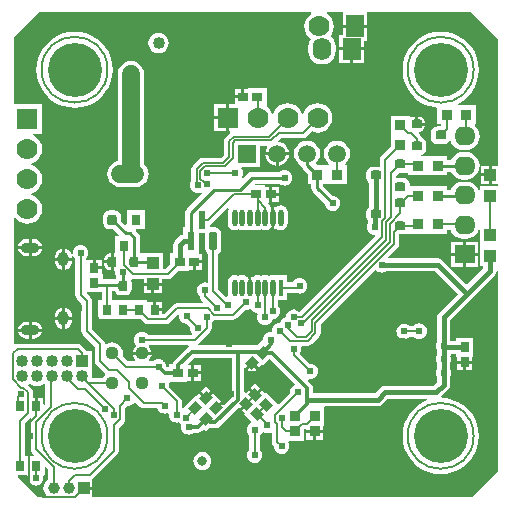
<source format=gbl>
G04 Layer_Physical_Order=2*
G04 Layer_Color=16711680*
%FSLAX25Y25*%
%MOIN*%
G70*
G01*
G75*
%ADD10C,0.00600*%
%ADD14R,0.03500X0.03500*%
%ADD15R,0.03150X0.03347*%
%ADD37R,0.03347X0.03150*%
%ADD46R,0.02953X0.03543*%
%ADD47R,0.03500X0.03500*%
%ADD48C,0.00700*%
%ADD49C,0.01000*%
%ADD50C,0.01500*%
%ADD52C,0.00800*%
%ADD57C,0.06000*%
%ADD60C,0.01200*%
%ADD61C,0.05906*%
%ADD62R,0.05906X0.05906*%
%ADD63O,0.07087X0.06299*%
%ADD64R,0.07087X0.06299*%
%ADD65C,0.04400*%
%ADD66C,0.18000*%
%ADD67O,0.06102X0.03543*%
%ADD68O,0.03740X0.04921*%
%ADD69R,0.07000X0.07000*%
%ADD70C,0.07000*%
%ADD71R,0.07000X0.07000*%
%ADD72R,0.03937X0.03937*%
%ADD73C,0.03937*%
%ADD74R,0.04000X0.04000*%
%ADD75C,0.04000*%
%ADD76O,0.06299X0.07500*%
%ADD77R,0.06299X0.07500*%
%ADD78C,0.07000*%
%ADD79R,0.06000X0.07500*%
%ADD80C,0.02400*%
%ADD81C,0.03200*%
%ADD82R,0.02362X0.06299*%
G04:AMPARAMS|DCode=83|XSize=23.62mil|YSize=62.99mil|CornerRadius=5.91mil|HoleSize=0mil|Usage=FLASHONLY|Rotation=0.000|XOffset=0mil|YOffset=0mil|HoleType=Round|Shape=RoundedRectangle|*
%AMROUNDEDRECTD83*
21,1,0.02362,0.05118,0,0,0.0*
21,1,0.01181,0.06299,0,0,0.0*
1,1,0.01181,0.00591,-0.02559*
1,1,0.01181,-0.00591,-0.02559*
1,1,0.01181,-0.00591,0.02559*
1,1,0.01181,0.00591,0.02559*
%
%ADD83ROUNDEDRECTD83*%
G04:AMPARAMS|DCode=84|XSize=31.5mil|YSize=35.43mil|CornerRadius=7.87mil|HoleSize=0mil|Usage=FLASHONLY|Rotation=180.000|XOffset=0mil|YOffset=0mil|HoleType=Round|Shape=RoundedRectangle|*
%AMROUNDEDRECTD84*
21,1,0.03150,0.01969,0,0,180.0*
21,1,0.01575,0.03543,0,0,180.0*
1,1,0.01575,-0.00787,0.00984*
1,1,0.01575,0.00787,0.00984*
1,1,0.01575,0.00787,-0.00984*
1,1,0.01575,-0.00787,-0.00984*
%
%ADD84ROUNDEDRECTD84*%
%ADD85R,0.03150X0.03543*%
G04:AMPARAMS|DCode=86|XSize=30mil|YSize=35mil|CornerRadius=7.5mil|HoleSize=0mil|Usage=FLASHONLY|Rotation=0.000|XOffset=0mil|YOffset=0mil|HoleType=Round|Shape=RoundedRectangle|*
%AMROUNDEDRECTD86*
21,1,0.03000,0.02000,0,0,0.0*
21,1,0.01500,0.03500,0,0,0.0*
1,1,0.01500,0.00750,-0.01000*
1,1,0.01500,-0.00750,-0.01000*
1,1,0.01500,-0.00750,0.01000*
1,1,0.01500,0.00750,0.01000*
%
%ADD86ROUNDEDRECTD86*%
%ADD87R,0.04000X0.04000*%
G04:AMPARAMS|DCode=88|XSize=30mil|YSize=35mil|CornerRadius=7.5mil|HoleSize=0mil|Usage=FLASHONLY|Rotation=270.000|XOffset=0mil|YOffset=0mil|HoleType=Round|Shape=RoundedRectangle|*
%AMROUNDEDRECTD88*
21,1,0.03000,0.02000,0,0,270.0*
21,1,0.01500,0.03500,0,0,270.0*
1,1,0.01500,-0.01000,-0.00750*
1,1,0.01500,-0.01000,0.00750*
1,1,0.01500,0.01000,0.00750*
1,1,0.01500,0.01000,-0.00750*
%
%ADD88ROUNDEDRECTD88*%
G04:AMPARAMS|DCode=89|XSize=31.5mil|YSize=33.47mil|CornerRadius=0mil|HoleSize=0mil|Usage=FLASHONLY|Rotation=45.000|XOffset=0mil|YOffset=0mil|HoleType=Round|Shape=Rectangle|*
%AMROTATEDRECTD89*
4,1,4,0.00070,-0.02297,-0.02297,0.00070,-0.00070,0.02297,0.02297,-0.00070,0.00070,-0.02297,0.0*
%
%ADD89ROTATEDRECTD89*%

G04:AMPARAMS|DCode=90|XSize=31.5mil|YSize=33.47mil|CornerRadius=0mil|HoleSize=0mil|Usage=FLASHONLY|Rotation=135.000|XOffset=0mil|YOffset=0mil|HoleType=Round|Shape=Rectangle|*
%AMROTATEDRECTD90*
4,1,4,0.02297,0.00070,-0.00070,-0.02297,-0.02297,-0.00070,0.00070,0.02297,0.02297,0.00070,0.0*
%
%ADD90ROTATEDRECTD90*%

%ADD91O,0.01772X0.05512*%
%ADD92R,0.01772X0.05512*%
G36*
X73335Y17281D02*
X73251Y16859D01*
X73160Y16749D01*
X72646Y16354D01*
X72229Y15811D01*
X71967Y15179D01*
X71878Y14500D01*
X71901Y14322D01*
X68143Y10564D01*
X67643D01*
X63670Y14536D01*
X63388Y14254D01*
X62434Y15207D01*
X60614Y13386D01*
X60260Y13740D01*
X59907Y13386D01*
X58016Y15277D01*
X57039Y14299D01*
X56539Y14506D01*
Y22547D01*
X57001Y22738D01*
X57016Y22723D01*
X58907Y24613D01*
X59260Y24260D01*
X59614Y24613D01*
X61434Y22793D01*
X62388Y23746D01*
X62670Y23463D01*
X64908Y25701D01*
X64916D01*
X73335Y17281D01*
D02*
G37*
G36*
X100638Y55155D02*
X100646Y55146D01*
X101189Y54729D01*
X101821Y54467D01*
X102500Y54378D01*
X103179Y54467D01*
X103811Y54729D01*
X103914Y54808D01*
X120092D01*
X127650Y47250D01*
X121450Y41050D01*
X120975Y40339D01*
X120808Y39500D01*
Y31414D01*
X120729Y31311D01*
X120467Y30679D01*
X120378Y30000D01*
X120467Y29321D01*
X120729Y28689D01*
X120808Y28586D01*
Y26914D01*
X120729Y26811D01*
X120467Y26179D01*
X120378Y25500D01*
X120467Y24821D01*
X120729Y24189D01*
X120808Y24086D01*
Y22414D01*
X120729Y22311D01*
X120467Y21679D01*
X120378Y21000D01*
X120467Y20321D01*
X120729Y19689D01*
X120808Y19586D01*
Y17908D01*
X119592Y16692D01*
X103500D01*
X102661Y16525D01*
X101950Y16050D01*
X100092Y14192D01*
X79539D01*
Y16000D01*
X79539Y16000D01*
X79384Y16780D01*
X78942Y17442D01*
X77936Y18447D01*
X78170Y18921D01*
X78500Y18878D01*
X79179Y18967D01*
X79811Y19229D01*
X80354Y19646D01*
X80771Y20189D01*
X81033Y20821D01*
X81122Y21500D01*
X81033Y22179D01*
X80771Y22811D01*
X80354Y23354D01*
X79811Y23771D01*
X79179Y24033D01*
X78500Y24122D01*
X78349Y24103D01*
X75050Y27401D01*
X75271Y27689D01*
X75533Y28321D01*
X75622Y29000D01*
X75554Y29523D01*
X75868Y30023D01*
X77756D01*
X78419Y30155D01*
X78982Y30530D01*
X81482Y33030D01*
X81857Y33593D01*
X81989Y34256D01*
Y37038D01*
X100139Y55188D01*
X100638Y55155D01*
D02*
G37*
G36*
X-14623Y17343D02*
X-14215Y17030D01*
X-13388Y16687D01*
X-12500Y16571D01*
X-11613Y16687D01*
X-10785Y17030D01*
X-10377Y17343D01*
X-10176Y17446D01*
X-9741Y17247D01*
X-9733Y17239D01*
Y10518D01*
X-9866Y10424D01*
X-10366Y10683D01*
Y12772D01*
X-12342D01*
Y10000D01*
X-13342D01*
Y12772D01*
X-13767D01*
Y14470D01*
X-13899Y15133D01*
X-14274Y15696D01*
X-15394Y16815D01*
X-15340Y17307D01*
X-14957Y17514D01*
X-14623Y17343D01*
D02*
G37*
G36*
X141173Y54856D02*
Y-11687D01*
X132554Y-20307D01*
X5968D01*
Y-18000D01*
X3000D01*
Y-17000D01*
X5968D01*
Y-14532D01*
X6288Y-14164D01*
X14226Y-6226D01*
X14601Y-5663D01*
X14733Y-5000D01*
Y2782D01*
X16326Y4374D01*
X16701Y4937D01*
X16833Y5600D01*
Y9382D01*
X17349Y9898D01*
X17500Y9878D01*
X18179Y9967D01*
X18811Y10229D01*
X19354Y10646D01*
X19689Y11081D01*
X20257Y11219D01*
X21738Y9738D01*
X21738Y9738D01*
X22317Y9352D01*
X23000Y9216D01*
X23000Y9216D01*
X27511D01*
X27729Y8689D01*
X28146Y8146D01*
X28689Y7729D01*
X29321Y7467D01*
X30000Y7378D01*
X30679Y7467D01*
X30950Y7579D01*
X31407Y7228D01*
X31378Y7000D01*
X31467Y6321D01*
X31729Y5689D01*
X32146Y5146D01*
X32689Y4729D01*
X33321Y4467D01*
X34000Y4378D01*
X34679Y4467D01*
X34846Y4536D01*
X35146Y4146D01*
X35536Y3846D01*
X35467Y3679D01*
X35378Y3000D01*
X35467Y2321D01*
X35729Y1689D01*
X36146Y1146D01*
X36689Y729D01*
X37321Y467D01*
X38000Y378D01*
X38679Y467D01*
X39311Y729D01*
X39614Y961D01*
X41000D01*
X41780Y1116D01*
X42442Y1558D01*
X43029Y2145D01*
X43690Y1483D01*
X44726Y2519D01*
X45020Y2461D01*
X45020Y2461D01*
X46957D01*
X47737Y2616D01*
X48399Y3058D01*
X54600Y9259D01*
X55072D01*
X56907Y11093D01*
X57614Y10386D01*
X55793Y8566D01*
X56746Y7612D01*
X56463Y7330D01*
X58960Y4833D01*
X58862Y4343D01*
X58689Y4271D01*
X58146Y3854D01*
X57729Y3311D01*
X57467Y2679D01*
X57378Y2000D01*
X57467Y1321D01*
X57729Y689D01*
X58146Y146D01*
X58267Y53D01*
Y-4553D01*
X58146Y-4646D01*
X57729Y-5189D01*
X57467Y-5821D01*
X57378Y-6500D01*
X57467Y-7179D01*
X57729Y-7811D01*
X58146Y-8354D01*
X58689Y-8771D01*
X59321Y-9033D01*
X60000Y-9122D01*
X60679Y-9033D01*
X61311Y-8771D01*
X61854Y-8354D01*
X62271Y-7811D01*
X62533Y-7179D01*
X62622Y-6500D01*
X62533Y-5821D01*
X62271Y-5189D01*
X61854Y-4646D01*
X61733Y-4553D01*
Y53D01*
X61854Y146D01*
X62271Y689D01*
X62344Y864D01*
X62689Y1229D01*
X62951Y1120D01*
X63321Y967D01*
X64000Y878D01*
X64679Y967D01*
X65267Y1211D01*
X65633Y1079D01*
X65767Y1013D01*
Y-2000D01*
X65899Y-2663D01*
X66274Y-3226D01*
X66398Y-3349D01*
X66378Y-3500D01*
X66467Y-4179D01*
X66729Y-4811D01*
X67146Y-5354D01*
X67689Y-5771D01*
X68321Y-6033D01*
X69000Y-6122D01*
X69679Y-6033D01*
X70311Y-5771D01*
X70854Y-5354D01*
X71271Y-4811D01*
X71533Y-4179D01*
X71622Y-3500D01*
X71533Y-2821D01*
X71271Y-2189D01*
X71202Y-2098D01*
X71423Y-1650D01*
X76550D01*
Y2199D01*
X76618Y2267D01*
X77250D01*
Y2000D01*
X82750D01*
Y3350D01*
X83150D01*
Y9650D01*
X83585Y9808D01*
X101000D01*
X101839Y9975D01*
X102550Y10450D01*
X104408Y12308D01*
X117327D01*
X117427Y11808D01*
X116274Y11330D01*
X114573Y10288D01*
X113056Y8992D01*
X111760Y7474D01*
X110717Y5773D01*
X109953Y3930D01*
X109487Y1989D01*
X109331Y0D01*
X109487Y-1989D01*
X109953Y-3930D01*
X110717Y-5773D01*
X111760Y-7474D01*
X113056Y-8992D01*
X114573Y-10288D01*
X116274Y-11330D01*
X118118Y-12094D01*
X120058Y-12560D01*
X122047Y-12717D01*
X124037Y-12560D01*
X125977Y-12094D01*
X127821Y-11330D01*
X129522Y-10288D01*
X131039Y-8992D01*
X132335Y-7474D01*
X133378Y-5773D01*
X134142Y-3930D01*
X134607Y-1989D01*
X134764Y0D01*
X134607Y1989D01*
X134142Y3930D01*
X133378Y5773D01*
X132335Y7474D01*
X131039Y8992D01*
X129522Y10288D01*
X127821Y11330D01*
X125977Y12094D01*
X124037Y12560D01*
X122489Y12682D01*
X122298Y13198D01*
X124550Y15450D01*
X125025Y16161D01*
X125192Y17000D01*
Y19586D01*
X125271Y19689D01*
X125533Y20321D01*
X125622Y21000D01*
X125533Y21679D01*
X125271Y22311D01*
X125192Y22414D01*
Y24086D01*
X125271Y24189D01*
X125533Y24821D01*
X125622Y25500D01*
X125533Y26179D01*
X125289Y26769D01*
X125383Y27032D01*
X125502Y27269D01*
X127025D01*
Y26388D01*
X127425D01*
Y25039D01*
X132575D01*
Y26388D01*
X132975D01*
Y32534D01*
X127025D01*
Y31653D01*
X125192D01*
Y38592D01*
X132300Y45700D01*
X132300Y45700D01*
X140050Y53450D01*
X140525Y54161D01*
X140673Y54905D01*
X141173Y54856D01*
D02*
G37*
G36*
X43620Y62398D02*
X43775Y61621D01*
X44214Y60962D01*
X44507Y60767D01*
Y51377D01*
X44007Y51056D01*
X43500Y51122D01*
X42821Y51033D01*
X42189Y50771D01*
X41646Y50354D01*
X41229Y49811D01*
X40967Y49179D01*
X40878Y48500D01*
X40967Y47821D01*
X41229Y47189D01*
X41646Y46646D01*
X41767Y46553D01*
Y46500D01*
X41899Y45837D01*
X42274Y45274D01*
X42854Y44695D01*
X42662Y44233D01*
X34000D01*
X33337Y44101D01*
X32774Y43726D01*
X29782Y40733D01*
X29134D01*
Y41500D01*
X26657D01*
Y42000D01*
X26157D01*
Y44772D01*
X24219D01*
Y45172D01*
X12627D01*
Y48263D01*
X13405D01*
X13425Y48161D01*
X13900Y47450D01*
X14611Y46975D01*
X15450Y46808D01*
X16950D01*
X17789Y46975D01*
X18500Y47450D01*
X18975Y48161D01*
X19142Y49000D01*
Y51000D01*
X18975Y51839D01*
X18958Y51865D01*
X19259Y52315D01*
X19500Y52267D01*
X23000D01*
Y51000D01*
X29000D01*
Y52267D01*
X31039D01*
X31703Y52399D01*
X32265Y52774D01*
X34516Y55025D01*
X38113D01*
Y55425D01*
X39461D01*
Y58000D01*
X39961D01*
Y58500D01*
X42634D01*
Y60575D01*
X41341D01*
Y67494D01*
X43620D01*
Y62398D01*
D02*
G37*
G36*
X9058Y45172D02*
X7966D01*
Y38829D01*
X22063D01*
X23117Y37774D01*
X23679Y37399D01*
X24343Y37267D01*
X30500D01*
X31163Y37399D01*
X31726Y37774D01*
X34437Y40486D01*
X34911Y40252D01*
X34878Y40000D01*
X34967Y39321D01*
X35229Y38689D01*
X35646Y38146D01*
X36189Y37729D01*
X36821Y37467D01*
X37121Y37427D01*
X38397Y36151D01*
X38378Y36000D01*
X38467Y35321D01*
X38729Y34689D01*
X39078Y34233D01*
X38988Y33917D01*
X38862Y33733D01*
X24447D01*
X24354Y33854D01*
X23811Y34271D01*
X23179Y34533D01*
X22500Y34622D01*
X21821Y34533D01*
X21189Y34271D01*
X20646Y33854D01*
X20229Y33311D01*
X19967Y32679D01*
X19878Y32000D01*
X19967Y31321D01*
X20229Y30689D01*
X20646Y30146D01*
Y30111D01*
X20218Y29782D01*
X19705Y29114D01*
X19382Y28335D01*
X19338Y28000D01*
X25662D01*
X25618Y28335D01*
X25295Y29114D01*
X24794Y29767D01*
X24805Y29840D01*
X24972Y30267D01*
X37843D01*
X37994Y29767D01*
X37658Y29542D01*
X33098Y24981D01*
X32656Y24320D01*
X32587Y23975D01*
X31466D01*
Y23039D01*
X30845D01*
X30583Y23301D01*
X30533Y23679D01*
X30271Y24311D01*
X29854Y24854D01*
X29311Y25271D01*
X28679Y25533D01*
X28000Y25622D01*
X27321Y25533D01*
X26689Y25271D01*
X26146Y24854D01*
X26131Y24835D01*
X25044D01*
X24872Y25335D01*
X25295Y25886D01*
X25618Y26665D01*
X25662Y27000D01*
X19338D01*
X19382Y26665D01*
X19705Y25886D01*
X20128Y25335D01*
X19956Y24835D01*
X17760D01*
X16011Y26585D01*
X16131Y27500D01*
X16007Y28440D01*
X15645Y29316D01*
X15067Y30068D01*
X14315Y30645D01*
X13440Y31007D01*
X12500Y31131D01*
X11560Y31007D01*
X10759Y30676D01*
X10514Y30737D01*
X10204Y30906D01*
X10148Y31183D01*
X9762Y31762D01*
X5784Y35739D01*
Y45000D01*
X5784Y45000D01*
X5649Y45683D01*
X5262Y46262D01*
X5262Y46262D01*
X4057Y47466D01*
X4264Y47966D01*
X9058D01*
Y45172D01*
D02*
G37*
G36*
X125632Y68048D02*
X126362Y67098D01*
X127312Y66368D01*
X128419Y65910D01*
X129606Y65754D01*
X130394D01*
X131581Y65910D01*
X132688Y66368D01*
X133639Y67098D01*
X134368Y68048D01*
X134600Y68609D01*
X135100Y68509D01*
Y63600D01*
X135100D01*
Y63400D01*
X135100D01*
Y56600D01*
X136308D01*
Y55908D01*
X131000Y50600D01*
X130500Y50600D01*
X122550Y58550D01*
X121839Y59025D01*
X121000Y59192D01*
X104797D01*
X104605Y59654D01*
X107726Y62774D01*
X108101Y63337D01*
X108233Y64000D01*
Y67158D01*
X109500D01*
X110339Y67325D01*
X110750Y67599D01*
X111250Y67350D01*
Y67350D01*
X111250Y67350D01*
X117350D01*
X117850Y67350D01*
X118050Y67350D01*
X124150D01*
Y68665D01*
X125377D01*
X125632Y68048D01*
D02*
G37*
G36*
X141173Y132199D02*
Y90000D01*
X139000D01*
Y87000D01*
Y84000D01*
X141173D01*
Y83400D01*
X135100D01*
Y82018D01*
X134600Y81919D01*
X134368Y82480D01*
X133639Y83430D01*
X132688Y84159D01*
X131581Y84618D01*
X130394Y84774D01*
X129606D01*
X128419Y84618D01*
X127312Y84159D01*
X126362Y83430D01*
X125632Y82480D01*
X125408Y81937D01*
X124150D01*
Y83150D01*
X118050D01*
X117550Y83150D01*
X117350Y83150D01*
X111692D01*
Y83850D01*
X111525Y84689D01*
X111050Y85400D01*
X110339Y85875D01*
X109500Y86042D01*
X107500D01*
X107233Y86261D01*
Y86782D01*
X108009Y87558D01*
X109500D01*
X110339Y87725D01*
X110750Y87999D01*
X111250Y87732D01*
Y86850D01*
X117350D01*
X117850Y86850D01*
X118050Y86850D01*
X124150D01*
Y88063D01*
X125496D01*
X125632Y87733D01*
X126362Y86783D01*
X127312Y86054D01*
X128419Y85595D01*
X129606Y85439D01*
X130394D01*
X131581Y85595D01*
X132688Y86054D01*
X133639Y86783D01*
X134368Y87733D01*
X134826Y88840D01*
X134983Y90028D01*
X134826Y91215D01*
X134368Y92322D01*
X133639Y93272D01*
X132688Y94002D01*
X131581Y94460D01*
X130394Y94616D01*
X129606D01*
X128419Y94460D01*
X127312Y94002D01*
X126362Y93272D01*
X125632Y92322D01*
X125473Y91937D01*
X124150D01*
Y93150D01*
X117850D01*
Y93150D01*
X117550D01*
X117550D01*
Y93150D01*
X115512D01*
X115463Y93650D01*
X115839Y93725D01*
X116550Y94200D01*
X117025Y94911D01*
X117192Y95750D01*
Y97250D01*
X117025Y98089D01*
X116550Y98800D01*
X115839Y99275D01*
X115778Y99287D01*
X115696Y99702D01*
X115298Y100298D01*
X114692Y100904D01*
X114883Y101366D01*
X115000D01*
X115683Y101502D01*
X116262Y101888D01*
X116648Y102467D01*
X116784Y103150D01*
Y103400D01*
X114000D01*
Y103900D01*
X113500D01*
Y106434D01*
X113000D01*
X112317Y106298D01*
X112150Y106187D01*
X111650Y106454D01*
Y106750D01*
X105350D01*
Y100650D01*
X105350Y100450D01*
X105350D01*
Y100150D01*
X105350Y100150D01*
Y96301D01*
X102274Y93226D01*
X101899Y92663D01*
X101767Y92000D01*
Y89961D01*
X101500Y89742D01*
X99500D01*
X98661Y89575D01*
X97950Y89100D01*
X97475Y88389D01*
X97308Y87550D01*
Y87300D01*
Y86050D01*
X97475Y85211D01*
X97950Y84500D01*
X98308Y84261D01*
Y76339D01*
X97950Y76100D01*
X97475Y75389D01*
X97308Y74550D01*
Y73050D01*
X97475Y72211D01*
X97808Y71712D01*
Y70914D01*
X97729Y70811D01*
X97467Y70179D01*
X97378Y69500D01*
X97467Y68821D01*
X97729Y68189D01*
X98146Y67646D01*
X98689Y67229D01*
X99321Y66967D01*
X100000Y66878D01*
X100022Y66881D01*
X100256Y66407D01*
X75314Y41465D01*
X74854Y41354D01*
X74311Y41771D01*
X73679Y42033D01*
X73000Y42122D01*
X72321Y42033D01*
X71689Y41771D01*
X71146Y41354D01*
X70729Y40811D01*
X70467Y40179D01*
X70383Y39541D01*
X70321Y39533D01*
X69689Y39271D01*
X69146Y38854D01*
X68729Y38311D01*
X68467Y37679D01*
X68459Y37617D01*
X67821Y37533D01*
X67189Y37271D01*
X66646Y36854D01*
X66229Y36311D01*
X65967Y35679D01*
X65878Y35000D01*
X65881Y34972D01*
X65528Y34619D01*
X65500Y34622D01*
X64821Y34533D01*
X64189Y34271D01*
X63646Y33854D01*
X63229Y33311D01*
X62967Y32679D01*
X62938Y32463D01*
X62809Y32016D01*
X60932Y30139D01*
X41175D01*
X41023Y30639D01*
X41226Y30774D01*
X45226Y34774D01*
X45601Y35337D01*
X45733Y36000D01*
Y37553D01*
X45854Y37646D01*
X46271Y38189D01*
X46479Y38691D01*
X46600Y38667D01*
X52900D01*
X53563Y38799D01*
X54126Y39174D01*
X56849Y41897D01*
X57000Y41878D01*
X57679Y41967D01*
X58192Y42179D01*
X58729Y42189D01*
X59146Y41646D01*
X59689Y41229D01*
X60321Y40967D01*
X60730Y40913D01*
X61046Y40446D01*
X61053Y40385D01*
X60967Y40179D01*
X60878Y39500D01*
X60967Y38821D01*
X61229Y38189D01*
X61646Y37646D01*
X62189Y37229D01*
X62821Y36967D01*
X63500Y36878D01*
X64179Y36967D01*
X64811Y37229D01*
X65354Y37646D01*
X65771Y38189D01*
X66033Y38821D01*
X66041Y38883D01*
X66679Y38967D01*
X67311Y39229D01*
X67854Y39646D01*
X68271Y40189D01*
X68533Y40821D01*
X68622Y41500D01*
X68533Y42179D01*
X68271Y42811D01*
X67854Y43354D01*
X67852Y43356D01*
Y45277D01*
X70963D01*
Y47700D01*
X73759D01*
X74321Y47467D01*
X75000Y47378D01*
X75679Y47467D01*
X76311Y47729D01*
X76854Y48146D01*
X77271Y48689D01*
X77533Y49321D01*
X77622Y50000D01*
X77533Y50679D01*
X77271Y51311D01*
X76854Y51854D01*
X76311Y52271D01*
X75679Y52533D01*
X75000Y52622D01*
X74321Y52533D01*
X73689Y52271D01*
X73146Y51854D01*
X72729Y51311D01*
X72669Y51166D01*
X70963D01*
Y53589D01*
X66391D01*
Y53589D01*
X66118Y53634D01*
X65899Y53590D01*
X65226Y53456D01*
X64839Y53197D01*
X64451Y53456D01*
X63559Y53634D01*
X62667Y53456D01*
X62279Y53197D01*
X61892Y53456D01*
X61000Y53634D01*
X60108Y53456D01*
X59360Y52957D01*
X59177Y53080D01*
X58941Y53127D01*
Y52337D01*
X58847Y52195D01*
X58669Y51303D01*
Y49433D01*
X58213D01*
Y51303D01*
X58035Y52195D01*
X57941Y52336D01*
Y53127D01*
X57705Y53080D01*
X57521Y52957D01*
X56774Y53456D01*
X55882Y53634D01*
X54990Y53456D01*
X54602Y53197D01*
X54215Y53456D01*
X53323Y53634D01*
X52431Y53456D01*
X51675Y52951D01*
X51170Y52195D01*
X50992Y51303D01*
Y47563D01*
X51115Y46948D01*
X50796Y46450D01*
X50748Y46423D01*
X50542Y46409D01*
X47973Y48978D01*
Y60767D01*
X48266Y60962D01*
X48706Y61621D01*
X48860Y62398D01*
Y67516D01*
X48706Y68292D01*
X48266Y68951D01*
X47607Y69391D01*
X46831Y69545D01*
X45650D01*
X45467Y69509D01*
X45081Y69826D01*
Y70417D01*
X45207Y70442D01*
X45769Y70818D01*
X50958Y76007D01*
X51346Y75688D01*
X51170Y75424D01*
X50992Y74532D01*
Y70792D01*
X51170Y69900D01*
X51675Y69143D01*
X52431Y68638D01*
X53323Y68461D01*
X54215Y68638D01*
X54602Y68897D01*
X54990Y68638D01*
X55882Y68461D01*
X56774Y68638D01*
X57161Y68897D01*
X57549Y68638D01*
X58441Y68461D01*
X59333Y68638D01*
X59720Y68897D01*
X60108Y68638D01*
X61000Y68461D01*
X61892Y68638D01*
X62279Y68897D01*
X62667Y68638D01*
X63559Y68461D01*
X64451Y68638D01*
X65199Y69138D01*
X65382Y69015D01*
X65618Y68968D01*
Y69759D01*
X65712Y69900D01*
X65890Y70792D01*
Y72662D01*
Y74532D01*
X65712Y75424D01*
X65618Y75565D01*
Y76355D01*
X65382Y76308D01*
X65088Y76713D01*
X64785Y77167D01*
X64488Y77463D01*
X64679Y77925D01*
X64961D01*
Y80500D01*
Y83075D01*
X63613D01*
Y83475D01*
X60374D01*
X60107Y83975D01*
X60165Y84063D01*
X68254D01*
X68689Y83729D01*
X69321Y83467D01*
X70000Y83378D01*
X70679Y83467D01*
X71311Y83729D01*
X71854Y84146D01*
X72271Y84689D01*
X72533Y85321D01*
X72622Y86000D01*
X72533Y86679D01*
X72276Y87300D01*
X72271Y87311D01*
X71854Y87854D01*
X71311Y88271D01*
X70679Y88533D01*
X70000Y88622D01*
X69321Y88533D01*
X68689Y88271D01*
X68254Y87937D01*
X59000D01*
X58259Y87790D01*
X57630Y87370D01*
X57560Y87300D01*
X56176Y85916D01*
X55771Y86189D01*
X56033Y86821D01*
X56122Y87500D01*
X56116Y87550D01*
X56033Y88179D01*
X55771Y88811D01*
X55513Y89147D01*
X55760Y89647D01*
X61853D01*
Y96767D01*
X64075D01*
X64297Y96318D01*
X64047Y95993D01*
X63649Y95032D01*
X63579Y94500D01*
X71421D01*
X71351Y95032D01*
X70953Y95993D01*
X70319Y96819D01*
X69493Y97453D01*
X68532Y97851D01*
X68070Y97912D01*
X67891Y98440D01*
X68718Y99267D01*
X76000D01*
X76663Y99399D01*
X77226Y99774D01*
X78983Y101532D01*
X79721Y101226D01*
X81000Y101058D01*
X82279Y101226D01*
X83471Y101720D01*
X84495Y102505D01*
X85280Y103529D01*
X85774Y104721D01*
X85942Y106000D01*
X85774Y107279D01*
X85280Y108471D01*
X84495Y109495D01*
X83471Y110280D01*
X82279Y110774D01*
X81000Y110942D01*
X79721Y110774D01*
X78529Y110280D01*
X77505Y109495D01*
X76720Y108471D01*
X76260Y107361D01*
X76000Y107317D01*
X75740Y107361D01*
X75280Y108471D01*
X74495Y109495D01*
X73471Y110280D01*
X72279Y110774D01*
X71000Y110942D01*
X69721Y110774D01*
X68529Y110280D01*
X67505Y109495D01*
X66720Y108471D01*
X66260Y107361D01*
X66000Y107317D01*
X65740Y107361D01*
X65280Y108471D01*
X64495Y109495D01*
X64298Y109646D01*
X64034Y110025D01*
X64034D01*
X64034Y110025D01*
Y115975D01*
X57888D01*
Y115575D01*
X56539D01*
Y113000D01*
X56040D01*
Y112500D01*
X53366D01*
Y110500D01*
X51500D01*
Y106000D01*
Y101500D01*
X51737D01*
X51889Y101000D01*
X51777Y100926D01*
X50274Y99423D01*
X49899Y98860D01*
X49767Y98197D01*
Y93718D01*
X48782Y92733D01*
X42833D01*
X42170Y92601D01*
X41607Y92226D01*
X39474Y90092D01*
X39099Y89530D01*
X38967Y88867D01*
Y85121D01*
X38729Y84811D01*
X38467Y84179D01*
X38378Y83500D01*
X38467Y82821D01*
X38729Y82189D01*
X39146Y81646D01*
X39689Y81229D01*
X40321Y80967D01*
X41000Y80878D01*
X41679Y80967D01*
X42311Y81229D01*
X42584Y80824D01*
X37390Y75630D01*
X36970Y75001D01*
X36823Y74260D01*
Y69506D01*
X36179D01*
Y67094D01*
X35618Y66982D01*
X34907Y66507D01*
X33489Y65089D01*
X33014Y64378D01*
X32847Y63539D01*
Y60975D01*
X31966D01*
Y60600D01*
Y57378D01*
X30321Y55733D01*
X29400D01*
Y60600D01*
Y60900D01*
X22600D01*
Y60900D01*
X22600D01*
X22100Y60794D01*
X21837Y60997D01*
Y61000D01*
Y66100D01*
X21690Y66841D01*
X21270Y67470D01*
X20373Y68366D01*
X20565Y68828D01*
X23349D01*
Y75172D01*
X17399D01*
Y70494D01*
X16937Y70302D01*
X15518Y71722D01*
Y72984D01*
X15348Y73838D01*
X14864Y74561D01*
X14141Y75045D01*
X13287Y75214D01*
X11712D01*
X10859Y75045D01*
X10136Y74561D01*
X9652Y73838D01*
X9482Y72984D01*
Y71016D01*
X9652Y70162D01*
X10136Y69439D01*
X10859Y68955D01*
X11712Y68785D01*
X12975D01*
X14788Y66972D01*
X14597Y66510D01*
X13462D01*
Y60958D01*
X13250Y60784D01*
X13000D01*
Y58000D01*
Y55184D01*
X13383Y54815D01*
X13409Y54738D01*
X13378Y54500D01*
X13467Y53821D01*
X13729Y53189D01*
X13812Y53080D01*
X13900Y52550D01*
X13624Y52137D01*
X9475D01*
Y54113D01*
X9075D01*
Y55461D01*
X6500D01*
Y55961D01*
X6000D01*
Y58634D01*
X3925D01*
X3784Y59075D01*
Y59092D01*
X3854Y59146D01*
X4271Y59689D01*
X4533Y60321D01*
X4622Y61000D01*
X4533Y61679D01*
X4271Y62311D01*
X3854Y62854D01*
X3311Y63271D01*
X2679Y63533D01*
X2000Y63622D01*
X1321Y63533D01*
X689Y63271D01*
X146Y62854D01*
X-271Y62311D01*
X-533Y61679D01*
X-622Y61000D01*
X-580Y60676D01*
X-1067Y60546D01*
X-1206Y60881D01*
X-1281Y60979D01*
D01*
X-1666Y61480D01*
X-2265Y61940D01*
X-2963Y62229D01*
X-3213Y62262D01*
Y59343D01*
X-818D01*
Y59433D01*
X-870Y59827D01*
X-383Y59958D01*
X-271Y59689D01*
X146Y59146D01*
X216Y59092D01*
Y47000D01*
X351Y46317D01*
X738Y45738D01*
X2216Y44261D01*
Y35000D01*
X2351Y34317D01*
X2738Y33738D01*
X6716Y29761D01*
Y25000D01*
X6852Y24317D01*
X7238Y23738D01*
X10128Y20848D01*
X10184Y20261D01*
X9933Y20067D01*
X9355Y19316D01*
X9321Y19233D01*
X6208D01*
X5878Y19609D01*
X5929Y20000D01*
X5812Y20888D01*
X5664Y21246D01*
X5900Y21600D01*
X5900D01*
Y28400D01*
X3943D01*
X3726Y28726D01*
X2226Y30226D01*
X1663Y30601D01*
X1000Y30733D01*
X-19000D01*
X-19663Y30601D01*
X-19807Y30505D01*
X-20307Y30773D01*
Y60600D01*
Y72733D01*
X-19807Y72903D01*
X-19195Y72105D01*
X-18171Y71320D01*
X-16979Y70826D01*
X-15700Y70658D01*
X-14421Y70826D01*
X-13229Y71320D01*
X-12205Y72105D01*
X-11420Y73129D01*
X-10926Y74321D01*
X-10758Y75600D01*
X-10926Y76879D01*
X-11420Y78071D01*
X-12205Y79095D01*
X-13229Y79880D01*
X-14339Y80340D01*
X-14366Y80500D01*
X-14383Y80600D01*
X-14339Y80860D01*
X-13229Y81320D01*
X-12205Y82105D01*
X-11420Y83129D01*
X-10926Y84321D01*
X-10758Y85600D01*
X-10926Y86879D01*
X-11420Y88071D01*
X-12205Y89095D01*
X-13229Y89880D01*
X-14339Y90340D01*
X-14383Y90600D01*
X-14339Y90860D01*
X-13229Y91320D01*
X-12205Y92106D01*
X-11420Y93129D01*
X-10926Y94321D01*
X-10758Y95600D01*
X-10926Y96879D01*
X-11420Y98071D01*
X-12205Y99095D01*
X-13229Y99880D01*
X-14001Y100200D01*
X-13901Y100700D01*
X-10800D01*
Y110500D01*
X-20307D01*
Y132654D01*
X-11787Y141173D01*
X78720D01*
X78890Y140673D01*
X78005Y139995D01*
X77220Y138971D01*
X76726Y137779D01*
X76558Y136500D01*
X76726Y135221D01*
X77220Y134029D01*
X78005Y133005D01*
X78589Y132557D01*
X78654Y132062D01*
X78526Y131895D01*
X78067Y130788D01*
X77911Y129600D01*
Y128400D01*
X78067Y127212D01*
X78526Y126105D01*
X79255Y125155D01*
X80206Y124425D01*
X81312Y123967D01*
X82500Y123811D01*
X83688Y123967D01*
X84794Y124425D01*
X85745Y125155D01*
X86474Y126105D01*
X86932Y127212D01*
X87089Y128400D01*
Y129600D01*
X86932Y130788D01*
X86474Y131895D01*
X85745Y132845D01*
X85195Y133267D01*
X85780Y134029D01*
X86274Y135221D01*
X86442Y136500D01*
X86274Y137779D01*
X85780Y138971D01*
X84995Y139995D01*
X84110Y140673D01*
X84280Y141173D01*
X89500D01*
Y137000D01*
X97500D01*
Y141173D01*
X132199D01*
X141173Y132199D01*
D02*
G37*
G36*
X-14346Y5495D02*
X-14501Y5263D01*
X-14633Y4600D01*
Y-4405D01*
X-14501Y-5068D01*
X-14126Y-5630D01*
X-13389Y-6367D01*
X-13581Y-6828D01*
X-16424D01*
Y4124D01*
X-14735Y5814D01*
X-14346Y5495D01*
D02*
G37*
G36*
X52461Y12888D02*
X49917Y10344D01*
X49484Y10776D01*
X47594Y8886D01*
X46886Y9593D01*
X48777Y11484D01*
X47309Y12951D01*
X45984Y14277D01*
X44093Y12386D01*
X43740Y12740D01*
X43386Y12386D01*
X41566Y14207D01*
X40613Y13254D01*
X40330Y13537D01*
X36233Y9440D01*
X35733Y9647D01*
Y11500D01*
X35601Y12163D01*
X35226Y12726D01*
X31602Y16349D01*
X31622Y16500D01*
X31533Y17179D01*
X31374Y17563D01*
X31710Y18025D01*
X37613D01*
Y18425D01*
X38961D01*
Y21000D01*
Y23575D01*
X38166D01*
X37959Y24075D01*
X39945Y26061D01*
X52461D01*
Y12888D01*
D02*
G37*
G36*
X-8733Y-11022D02*
Y-14584D01*
X-9402Y-15098D01*
X-9942Y-15801D01*
X-10282Y-16621D01*
X-10398Y-17500D01*
X-10282Y-18379D01*
X-9942Y-19199D01*
X-9476Y-19807D01*
X-9626Y-20307D01*
X-12242D01*
X-18915Y-13634D01*
X-18723Y-13172D01*
X-15980D01*
X-15579Y-13672D01*
X-15622Y-14000D01*
X-15533Y-14679D01*
X-15271Y-15311D01*
X-14854Y-15854D01*
X-14311Y-16271D01*
X-13679Y-16533D01*
X-13000Y-16622D01*
X-12321Y-16533D01*
X-11689Y-16271D01*
X-11146Y-15854D01*
X-10729Y-15311D01*
X-10467Y-14679D01*
X-10378Y-14000D01*
X-10421Y-13672D01*
X-10020Y-13172D01*
X-9966D01*
Y-10443D01*
X-9504Y-10251D01*
X-8733Y-11022D01*
D02*
G37*
%LPC*%
G36*
X-818Y38657D02*
X-3213D01*
Y35738D01*
X-2963Y35771D01*
X-2265Y36060D01*
X-1666Y36520D01*
X-1206Y37119D01*
X-916Y37818D01*
X-818Y38567D01*
Y38657D01*
D02*
G37*
G36*
X-4213D02*
X-6607D01*
Y38567D01*
X-6509Y37818D01*
X-6220Y37119D01*
X-5760Y36520D01*
X-5160Y36060D01*
X-4462Y35771D01*
X-4213Y35738D01*
Y38657D01*
D02*
G37*
G36*
X-15236Y38016D02*
X-16016D01*
X-16739Y37921D01*
X-17413Y37641D01*
X-17992Y37197D01*
X-18437Y36618D01*
X-18716Y35944D01*
X-18745Y35720D01*
X-15236D01*
Y38016D01*
D02*
G37*
G36*
X-13457D02*
X-14236D01*
Y35720D01*
X-10727D01*
X-10756Y35944D01*
X-11036Y36618D01*
X-11480Y37197D01*
X-12059Y37641D01*
X-12733Y37921D01*
X-13457Y38016D01*
D02*
G37*
G36*
X114900Y37522D02*
X114221Y37433D01*
X113589Y37171D01*
X113046Y36754D01*
X112954Y36635D01*
X111769D01*
X111754Y36654D01*
X111211Y37071D01*
X110579Y37333D01*
X109900Y37422D01*
X109221Y37333D01*
X108589Y37071D01*
X108046Y36654D01*
X107629Y36111D01*
X107367Y35479D01*
X107278Y34800D01*
X107367Y34121D01*
X107629Y33489D01*
X108046Y32946D01*
X108589Y32529D01*
X109221Y32267D01*
X109900Y32178D01*
X110579Y32267D01*
X111211Y32529D01*
X111754Y32946D01*
X111769Y32965D01*
X113151D01*
X113589Y32629D01*
X114221Y32367D01*
X114900Y32278D01*
X115579Y32367D01*
X116211Y32629D01*
X116754Y33046D01*
X117171Y33589D01*
X117433Y34221D01*
X117522Y34900D01*
X117433Y35579D01*
X117171Y36211D01*
X116754Y36754D01*
X116211Y37171D01*
X115579Y37433D01*
X114900Y37522D01*
D02*
G37*
G36*
X25500Y50000D02*
X23000D01*
Y47500D01*
X25500D01*
Y50000D01*
D02*
G37*
G36*
X29000D02*
X26500D01*
Y47500D01*
X29000D01*
Y50000D01*
D02*
G37*
G36*
X12000Y57500D02*
X9966D01*
Y57000D01*
X10102Y56317D01*
X10488Y55738D01*
X11067Y55352D01*
X11750Y55216D01*
X12000D01*
Y57500D01*
D02*
G37*
G36*
X-4213Y42577D02*
X-4462Y42544D01*
X-5160Y42255D01*
X-5760Y41795D01*
X-6220Y41195D01*
X-6509Y40497D01*
X-6607Y39748D01*
Y39657D01*
X-4213D01*
Y42577D01*
D02*
G37*
G36*
X-3213D02*
Y39657D01*
X-818D01*
Y39748D01*
X-916Y40497D01*
X-1206Y41195D01*
X-1666Y41795D01*
X-2265Y42255D01*
X-2963Y42544D01*
X-3213Y42577D01*
D02*
G37*
G36*
X29134Y44772D02*
X27157D01*
Y42500D01*
X29134D01*
Y44772D01*
D02*
G37*
G36*
X82750Y1000D02*
X80500D01*
Y-1250D01*
X82750D01*
Y1000D01*
D02*
G37*
G36*
X59260Y23553D02*
X57723Y22016D01*
X59190Y20549D01*
X60727Y22086D01*
X59260Y23553D01*
D02*
G37*
G36*
X42134Y23575D02*
X39961D01*
Y21500D01*
X42134D01*
Y23575D01*
D02*
G37*
G36*
X43810Y16451D02*
X42273Y14914D01*
X43740Y13447D01*
X45277Y14984D01*
X43810Y16451D01*
D02*
G37*
G36*
X60190Y17451D02*
X58723Y15984D01*
X60260Y14447D01*
X61727Y15914D01*
X60190Y17451D01*
D02*
G37*
G36*
X42134Y20500D02*
X39961D01*
Y18425D01*
X42134D01*
Y20500D01*
D02*
G37*
G36*
X-15236Y34720D02*
X-18745D01*
X-18716Y34497D01*
X-18437Y33823D01*
X-17992Y33244D01*
X-17413Y32799D01*
X-16739Y32520D01*
X-16016Y32425D01*
X-15236D01*
Y34720D01*
D02*
G37*
G36*
X-10727D02*
X-14236D01*
Y32425D01*
X-13457D01*
X-12733Y32520D01*
X-12059Y32799D01*
X-11480Y33244D01*
X-11036Y33823D01*
X-10756Y34497D01*
X-10727Y34720D01*
D02*
G37*
G36*
X42611Y-5363D02*
X41828Y-5466D01*
X41098Y-5768D01*
X40472Y-6249D01*
X39991Y-6876D01*
X39689Y-7605D01*
X39586Y-8389D01*
X39689Y-9172D01*
X39991Y-9902D01*
X40472Y-10528D01*
X41098Y-11009D01*
X41828Y-11311D01*
X42611Y-11415D01*
X43395Y-11311D01*
X44124Y-11009D01*
X44751Y-10528D01*
X45232Y-9902D01*
X45534Y-9172D01*
X45637Y-8389D01*
X45534Y-7605D01*
X45232Y-6876D01*
X44751Y-6249D01*
X44124Y-5768D01*
X43395Y-5466D01*
X42611Y-5363D01*
D02*
G37*
G36*
X129500Y24039D02*
X127425D01*
Y21866D01*
X129500D01*
Y24039D01*
D02*
G37*
G36*
X132575D02*
X130500D01*
Y21866D01*
X132575D01*
Y24039D01*
D02*
G37*
G36*
X79500Y1000D02*
X77250D01*
Y-1250D01*
X79500D01*
Y1000D01*
D02*
G37*
G36*
X-4213Y58343D02*
X-6607D01*
Y58252D01*
X-6509Y57503D01*
X-6220Y56805D01*
X-5760Y56205D01*
X-5160Y55745D01*
X-4462Y55456D01*
X-4213Y55423D01*
Y58343D01*
D02*
G37*
G36*
X87500Y98390D02*
X86364Y98241D01*
X85305Y97802D01*
X84396Y97104D01*
X83698Y96195D01*
X83259Y95136D01*
X83110Y94000D01*
X83259Y92864D01*
X83698Y91805D01*
X84396Y90896D01*
X84716Y90650D01*
X84546Y90150D01*
X84050Y90150D01*
X84050D01*
Y90150D01*
X80849D01*
X80669Y90342D01*
X80604Y90896D01*
X81302Y91805D01*
X81741Y92864D01*
X81890Y94000D01*
X81741Y95136D01*
X81302Y96195D01*
X80604Y97104D01*
X79695Y97802D01*
X78636Y98241D01*
X77500Y98390D01*
X76364Y98241D01*
X75305Y97802D01*
X74396Y97104D01*
X73698Y96195D01*
X73259Y95136D01*
X73110Y94000D01*
X73259Y92864D01*
X73698Y91805D01*
X74396Y90896D01*
X75305Y90198D01*
X75630Y90063D01*
D01*
D01*
X75694Y89742D01*
X75710Y89659D01*
X76130Y89030D01*
X77750Y87410D01*
Y83850D01*
X78963D01*
Y82600D01*
X79110Y81859D01*
X79530Y81230D01*
X83395Y77365D01*
X83467Y76821D01*
X83729Y76189D01*
X84146Y75646D01*
X84689Y75229D01*
X85321Y74967D01*
X86000Y74878D01*
X86679Y74967D01*
X87311Y75229D01*
X87854Y75646D01*
X88271Y76189D01*
X88533Y76821D01*
X88622Y77500D01*
X88533Y78179D01*
X88271Y78811D01*
X87854Y79354D01*
X87311Y79771D01*
X86679Y80033D01*
X86135Y80105D01*
X82890Y83350D01*
X82964Y83850D01*
X84350Y83850D01*
X84550Y83850D01*
X90650D01*
Y87300D01*
Y90150D01*
X90454D01*
X90284Y90650D01*
X90604Y90896D01*
X91302Y91805D01*
X91741Y92864D01*
X91890Y94000D01*
X91741Y95136D01*
X91302Y96195D01*
X90604Y97104D01*
X89695Y97802D01*
X88636Y98241D01*
X87500Y98390D01*
D02*
G37*
G36*
X71421Y93500D02*
X68000D01*
Y90079D01*
X68532Y90149D01*
X69493Y90547D01*
X70319Y91181D01*
X70953Y92007D01*
X71351Y92968D01*
X71421Y93500D01*
D02*
G37*
G36*
X50500Y105500D02*
X46500D01*
Y101500D01*
X50500D01*
Y105500D01*
D02*
G37*
G36*
X122047Y134764D02*
X120058Y134607D01*
X118118Y134142D01*
X116274Y133378D01*
X114573Y132335D01*
X113056Y131039D01*
X111760Y129522D01*
X110717Y127821D01*
X109953Y125977D01*
X109487Y124037D01*
X109331Y122047D01*
X109487Y120058D01*
X109953Y118118D01*
X110717Y116274D01*
X111760Y114573D01*
X113056Y113056D01*
X114573Y111760D01*
X116274Y110717D01*
X118118Y109953D01*
X120058Y109487D01*
X120850Y109425D01*
Y103850D01*
X122267D01*
Y103142D01*
X121000D01*
X120161Y102975D01*
X119450Y102500D01*
X118975Y101789D01*
X118808Y100950D01*
Y99450D01*
X118975Y98611D01*
X119450Y97900D01*
X120161Y97425D01*
X121000Y97258D01*
X123000D01*
X123839Y97425D01*
X124550Y97900D01*
X124801Y98276D01*
X125365Y98220D01*
X125632Y97576D01*
X126362Y96625D01*
X127312Y95896D01*
X128419Y95438D01*
X129606Y95281D01*
X130394D01*
X131581Y95438D01*
X132688Y95896D01*
X133639Y96625D01*
X134368Y97576D01*
X134826Y98682D01*
X134983Y99870D01*
X134826Y101058D01*
X134368Y102164D01*
X133639Y103115D01*
X133332Y103350D01*
X133502Y103850D01*
X133750D01*
Y110150D01*
X127758D01*
X127659Y110650D01*
X127821Y110717D01*
X129522Y111760D01*
X131039Y113056D01*
X132335Y114573D01*
X133378Y116274D01*
X134142Y118118D01*
X134607Y120058D01*
X134764Y122047D01*
X134607Y124037D01*
X134142Y125977D01*
X133378Y127821D01*
X132335Y129522D01*
X131039Y131039D01*
X129522Y132335D01*
X127821Y133378D01*
X125977Y134142D01*
X124037Y134607D01*
X122047Y134764D01*
D02*
G37*
G36*
X138000Y86500D02*
X135500D01*
Y84000D01*
X138000D01*
Y86500D01*
D02*
G37*
G36*
X18800Y124938D02*
X17651Y124787D01*
X16581Y124343D01*
X15662Y123638D01*
X14957Y122719D01*
X14513Y121649D01*
X14362Y120500D01*
Y91615D01*
X14151Y91587D01*
X13081Y91143D01*
X12162Y90438D01*
X11457Y89519D01*
X11013Y88449D01*
X10862Y87300D01*
X11013Y86151D01*
X11457Y85081D01*
X12162Y84162D01*
X13081Y83457D01*
X14151Y83013D01*
X15300Y82862D01*
X20300D01*
X21449Y83013D01*
X22519Y83457D01*
X23438Y84162D01*
X24143Y85081D01*
X24587Y86151D01*
X24738Y87300D01*
X24587Y88449D01*
X24143Y89519D01*
X23438Y90438D01*
X23238Y90592D01*
Y120500D01*
X23087Y121649D01*
X22643Y122719D01*
X21938Y123638D01*
X21019Y124343D01*
X19949Y124787D01*
X18800Y124938D01*
D02*
G37*
G36*
X67000Y93500D02*
X63579D01*
X63649Y92968D01*
X64047Y92007D01*
X64681Y91181D01*
X65507Y90547D01*
X66468Y90149D01*
X67000Y90079D01*
Y93500D01*
D02*
G37*
G36*
X138000Y90000D02*
X135500D01*
Y87500D01*
X138000D01*
Y90000D01*
D02*
G37*
G36*
X96492Y128500D02*
X92843D01*
Y124250D01*
X96492D01*
Y128500D01*
D02*
G37*
G36*
X91843D02*
X88193D01*
Y124250D01*
X91843D01*
Y128500D01*
D02*
G37*
G36*
X97500Y136000D02*
X89500D01*
Y133750D01*
X88193D01*
Y129500D01*
X96492D01*
Y131750D01*
X97500D01*
Y136000D01*
D02*
G37*
G36*
X28000Y134429D02*
X27112Y134312D01*
X26285Y133970D01*
X25575Y133425D01*
X25030Y132715D01*
X24688Y131888D01*
X24571Y131000D01*
X24688Y130112D01*
X25030Y129285D01*
X25575Y128575D01*
X26285Y128030D01*
X27112Y127688D01*
X28000Y127571D01*
X28888Y127688D01*
X29715Y128030D01*
X30425Y128575D01*
X30970Y129285D01*
X31313Y130112D01*
X31429Y131000D01*
X31313Y131888D01*
X30970Y132715D01*
X30425Y133425D01*
X29715Y133970D01*
X28888Y134312D01*
X28000Y134429D01*
D02*
G37*
G36*
X50500Y110500D02*
X46500D01*
Y106500D01*
X50500D01*
Y110500D01*
D02*
G37*
G36*
X115000Y106434D02*
X114500D01*
Y104400D01*
X116784D01*
Y104650D01*
X116648Y105333D01*
X116262Y105912D01*
X115683Y106298D01*
X115000Y106434D01*
D02*
G37*
G36*
X55540Y115575D02*
X53366D01*
Y113500D01*
X55540D01*
Y115575D01*
D02*
G37*
G36*
X0Y134764D02*
X-1989Y134607D01*
X-3930Y134142D01*
X-5773Y133378D01*
X-7474Y132335D01*
X-8992Y131039D01*
X-10288Y129522D01*
X-11330Y127821D01*
X-12094Y125977D01*
X-12560Y124037D01*
X-12717Y122047D01*
X-12560Y120058D01*
X-12094Y118118D01*
X-11330Y116274D01*
X-10288Y114573D01*
X-8992Y113056D01*
X-7474Y111760D01*
X-5773Y110717D01*
X-3930Y109953D01*
X-1989Y109487D01*
X0Y109331D01*
X1989Y109487D01*
X3930Y109953D01*
X5773Y110717D01*
X7474Y111760D01*
X8992Y113056D01*
X10288Y114573D01*
X11330Y116274D01*
X12094Y118118D01*
X12560Y120058D01*
X12717Y122047D01*
X12560Y124037D01*
X12094Y125977D01*
X11330Y127821D01*
X10288Y129522D01*
X8992Y131039D01*
X7474Y132335D01*
X5773Y133378D01*
X3930Y134142D01*
X1989Y134607D01*
X0Y134764D01*
D02*
G37*
G36*
X12000Y60784D02*
X11750D01*
X11067Y60649D01*
X10995Y60600D01*
X10488Y60262D01*
X10102Y59683D01*
X9966Y59000D01*
Y58500D01*
X12000D01*
Y60784D01*
D02*
G37*
G36*
X7000Y58634D02*
Y56461D01*
X9075D01*
Y58634D01*
X7000D01*
D02*
G37*
G36*
X-15236Y62280D02*
X-18745D01*
X-18716Y62056D01*
X-18437Y61382D01*
X-17992Y60803D01*
X-17413Y60359D01*
X-16739Y60079D01*
X-16016Y59984D01*
X-15236D01*
Y62280D01*
D02*
G37*
G36*
X-4213Y62262D02*
X-4462Y62229D01*
X-5160Y61940D01*
X-5760Y61480D01*
X-6220Y60881D01*
X-6336Y60600D01*
X-6509Y60182D01*
X-6607Y59433D01*
Y59343D01*
X-4213D01*
Y62262D01*
D02*
G37*
G36*
X42634Y57500D02*
X40461D01*
Y55425D01*
X42634D01*
Y57500D01*
D02*
G37*
G36*
X-818Y58343D02*
X-3213D01*
Y55423D01*
X-2963Y55456D01*
X-2265Y55745D01*
X-1666Y56205D01*
X-1206Y56805D01*
X-916Y57503D01*
X-818Y58252D01*
Y58343D01*
D02*
G37*
G36*
X134543Y60000D02*
X130500D01*
Y56350D01*
X134543D01*
Y60000D01*
D02*
G37*
G36*
X129500D02*
X125457D01*
Y56350D01*
X129500D01*
Y60000D01*
D02*
G37*
G36*
X68677Y76862D02*
X67785Y76685D01*
X67038Y76185D01*
X66854Y76308D01*
X66618Y76355D01*
Y75565D01*
X66524Y75424D01*
X66346Y74532D01*
Y72662D01*
Y70792D01*
X66524Y69900D01*
X66618Y69758D01*
Y68968D01*
X66854Y69015D01*
X67038Y69138D01*
X67785Y68638D01*
X68677Y68461D01*
X69569Y68638D01*
X70325Y69143D01*
X70830Y69900D01*
X71008Y70792D01*
Y74532D01*
X70830Y75424D01*
X70325Y76180D01*
X69569Y76685D01*
X68677Y76862D01*
D02*
G37*
G36*
X-13457Y65575D02*
X-14236D01*
Y63280D01*
X-10727D01*
X-10756Y63503D01*
X-11036Y64177D01*
X-11480Y64756D01*
X-12059Y65201D01*
X-12733Y65480D01*
X-13457Y65575D01*
D02*
G37*
G36*
X68134Y83075D02*
X65961D01*
Y81000D01*
X68134D01*
Y83075D01*
D02*
G37*
G36*
Y80000D02*
X65961D01*
Y77925D01*
X68134D01*
Y80000D01*
D02*
G37*
G36*
X129500Y64650D02*
X125457D01*
Y61000D01*
X129500D01*
Y64650D01*
D02*
G37*
G36*
X-10727Y62280D02*
X-14236D01*
Y59984D01*
X-13457D01*
X-12733Y60079D01*
X-12059Y60359D01*
X-11480Y60803D01*
X-11252Y61100D01*
X-11036Y61382D01*
X-10756Y62056D01*
X-10727Y62280D01*
D02*
G37*
G36*
X-15236Y65575D02*
X-16016D01*
X-16739Y65480D01*
X-17413Y65201D01*
X-17992Y64756D01*
X-18437Y64177D01*
X-18716Y63503D01*
X-18745Y63280D01*
X-15236D01*
Y65575D01*
D02*
G37*
G36*
X134543Y64650D02*
X130500D01*
Y61000D01*
X134543D01*
Y64650D01*
D02*
G37*
%LPD*%
D10*
X10977Y122047D02*
G03*
X10977Y122047I-10977J0D01*
G01*
X133025D02*
G03*
X133025Y122047I-10977J0D01*
G01*
Y0D02*
G03*
X133025Y0I-10977J0D01*
G01*
X10977D02*
G03*
X10977Y0I-10977J0D01*
G01*
X-15219Y-15781D02*
Y-4990D01*
Y-15781D02*
X-10632Y-20369D01*
X132D01*
X3000Y-17500D01*
X-15500Y4000D02*
X-12843Y6657D01*
Y10000D01*
X-15500Y7500D02*
Y14470D01*
X-18158Y4843D02*
X-15500Y7500D01*
X-18158Y-10000D02*
Y4843D01*
X-12900Y-4405D02*
Y4600D01*
Y-4405D02*
X-7000Y-10305D01*
Y-17500D02*
Y-10305D01*
X87500Y87000D02*
Y94000D01*
X31039Y54000D02*
X35039Y58000D01*
X19500Y54000D02*
X31039D01*
X16437Y57063D02*
X19500Y54000D01*
X16437Y57063D02*
Y63339D01*
X-20500Y27500D02*
X-19000Y29000D01*
X-20500Y18899D02*
Y27500D01*
Y18899D02*
X-17701Y16100D01*
X2500Y25000D02*
Y27500D01*
X1000Y29000D02*
X2500Y27500D01*
X-19000Y29000D02*
X1000D01*
X-17701Y16100D02*
X-17130D01*
X-15500Y14470D01*
X22500Y32000D02*
X40000D01*
X44000Y36000D01*
X4500Y17500D02*
X13000Y9000D01*
X4500Y17500D02*
X4500D01*
X13000Y7000D02*
Y9000D01*
X-19000Y13000D02*
X-18000Y14000D01*
X44000Y36000D02*
Y39500D01*
X43500Y46500D02*
Y48500D01*
Y46500D02*
X47500Y42500D01*
X52900Y40400D02*
X57000Y44500D01*
X44500Y42500D02*
X46600Y40400D01*
X52900D01*
X34000Y42500D02*
X44500D01*
X46240Y48260D02*
X50256Y44244D01*
X46240Y48260D02*
Y64957D01*
X67500Y-2000D02*
X69000Y-3500D01*
X67500Y-2000D02*
Y3930D01*
X66900Y4530D02*
X67500Y3930D01*
X66900Y4530D02*
Y6870D01*
X74500Y14470D01*
Y14500D01*
X60000Y-6500D02*
Y2000D01*
X34000Y7000D02*
Y11500D01*
X29000Y16500D02*
X34000Y11500D01*
X21343Y42000D02*
X24343Y39000D01*
X30500D01*
X34000Y42500D01*
X6500Y51039D02*
X7340Y50200D01*
X60740Y7260D02*
X64500Y3500D01*
X60740Y7260D02*
X63740Y10260D01*
X77500Y4000D02*
X80000Y6500D01*
X75900Y4000D02*
X77500D01*
X73400Y1500D02*
X75900Y4000D01*
X37000Y6000D02*
X40260Y9260D01*
X37000Y6000D02*
X37000D01*
X42500Y72043D02*
X44543D01*
X53000Y80500D01*
X60539D01*
X130000Y99870D02*
X130600Y100470D01*
Y107000D01*
X124000Y102200D02*
Y107000D01*
X122000Y100200D02*
X124000Y102200D01*
X13000Y3500D02*
X15100Y5600D01*
X13000Y-5000D02*
Y3500D01*
X5000Y-13000D02*
X13000Y-5000D01*
X0Y-13000D02*
X5000D01*
X-2000Y-17500D02*
Y-15000D01*
X0Y-13000D01*
X15100Y5600D02*
Y10100D01*
X17500Y12500D01*
X-12900Y4600D02*
X-8000Y9500D01*
Y20000D01*
X69000Y3000D02*
Y6000D01*
Y3000D02*
X70500Y1500D01*
X73400D01*
X-19000Y10843D02*
Y13000D01*
Y10843D02*
X-18157Y10000D01*
X-13000Y-14000D02*
Y-10157D01*
X61000Y78500D02*
Y80039D01*
Y72662D02*
Y78500D01*
X63559Y75941D01*
Y72662D02*
Y75941D01*
X102500Y66200D02*
Y71628D01*
X74000Y33000D02*
X77000D01*
X71744Y31756D02*
X77756D01*
X80256Y34256D01*
Y37756D01*
X106500Y64000D01*
X77000Y33000D02*
X79000Y35000D01*
Y38500D01*
X105000Y64500D01*
Y70683D01*
X108500Y74183D01*
X103756Y65256D02*
Y71136D01*
X105500Y72881D02*
Y87500D01*
X103756Y71136D02*
X105500Y72881D01*
X102500Y71628D02*
X103500Y72628D01*
X105500Y87500D02*
X108500Y90500D01*
Y74183D02*
Y77500D01*
X103500Y72628D02*
Y92000D01*
X138500Y67000D02*
Y80000D01*
X106500Y64000D02*
Y68100D01*
X108500Y70100D01*
X103500Y92000D02*
X108500Y97000D01*
Y90500D02*
X113900D01*
X111000Y80000D02*
X114400D01*
X108500Y77500D02*
X111000Y80000D01*
X108500Y70100D02*
X114000D01*
X41900Y85600D02*
X43000Y84500D01*
X44500D01*
X40700Y83800D02*
X41000Y83500D01*
X40700Y83800D02*
Y88867D01*
X41900Y85600D02*
Y88370D01*
X43330Y89800D01*
X40700Y88867D02*
X42833Y91000D01*
X49500D01*
X43330Y89800D02*
X49997D01*
X53003Y99700D02*
X64700D01*
X51500Y93000D02*
Y98197D01*
X53003Y99700D01*
X53500Y98500D02*
X65500D01*
X52700Y97700D02*
X53500Y98500D01*
X52700Y92503D02*
Y97700D01*
X68000Y101000D02*
X76000D01*
X65500Y98500D02*
X68000Y101000D01*
X64700Y99700D02*
X71000Y106000D01*
X49997Y89800D02*
X52700Y92503D01*
X76000Y101000D02*
X81000Y106000D01*
X49500Y91000D02*
X51500Y93000D01*
X68677Y49433D02*
X74000D01*
X73000Y27000D02*
Y29000D01*
Y27000D02*
X78500Y21500D01*
X44000Y87500D02*
X53500D01*
X38000Y39000D02*
X41000Y36000D01*
X61000Y43500D02*
Y49433D01*
X2000Y20000D02*
X4500Y17500D01*
X12500D01*
X2000Y20000D02*
X4500Y17500D01*
X3500Y15500D02*
X9500Y9500D01*
X1000Y15500D02*
X3500D01*
X-3000Y19500D02*
X1000Y15500D01*
X2000Y20000D02*
Y20000D01*
X21343Y42000D02*
X21382D01*
X63559Y39500D02*
Y49433D01*
X66118Y41500D02*
Y49433D01*
X16157Y42000D02*
X21343D01*
X65461Y76814D02*
X66118Y76156D01*
X65461Y76814D02*
Y80500D01*
X66118Y72662D02*
Y76156D01*
X-3000Y19500D02*
Y20000D01*
X57260Y10740D02*
X60260Y13740D01*
X71000Y36000D02*
X74000Y33000D01*
X68500Y35000D02*
X71744Y31756D01*
X71000Y36000D02*
Y37000D01*
X76000Y37500D02*
X103756Y65256D01*
X75500Y37500D02*
X76000D01*
X73000Y39500D02*
X73100Y39600D01*
X75900D01*
X102500Y66200D01*
X64500Y3500D02*
X64500Y3500D01*
X64000Y3500D02*
X64500D01*
D14*
X80900Y87000D02*
D03*
X87500D02*
D03*
X130600Y107000D02*
D03*
X124000D02*
D03*
X114400Y90000D02*
D03*
X121000D02*
D03*
X114400Y80000D02*
D03*
X121000D02*
D03*
X114400Y70500D02*
D03*
X121000D02*
D03*
X73400Y1500D02*
D03*
X80000D02*
D03*
X73400Y6500D02*
D03*
X80000D02*
D03*
D15*
X6500Y51039D02*
D03*
Y55961D02*
D03*
X130000Y29461D02*
D03*
Y24540D02*
D03*
D37*
X60961Y113000D02*
D03*
X56040D02*
D03*
X35039Y58000D02*
D03*
X39961D02*
D03*
X34539Y21000D02*
D03*
X39461D02*
D03*
X60539Y80500D02*
D03*
X65461D02*
D03*
D46*
X16157Y42000D02*
D03*
X10843D02*
D03*
X26657D02*
D03*
X21343D02*
D03*
X-12843Y-10000D02*
D03*
X-18158D02*
D03*
X-18157Y10000D02*
D03*
X-12843D02*
D03*
D47*
X108500Y103600D02*
D03*
Y97000D02*
D03*
D48*
X29000Y11000D02*
X30000Y10000D01*
X23000Y11000D02*
X29000D01*
X18000Y16000D02*
X23000Y11000D01*
X18000Y16000D02*
Y18000D01*
X14000Y22000D02*
X18000Y18000D01*
X11500Y22000D02*
X14000D01*
X8500Y25000D02*
X11500Y22000D01*
X8500Y25000D02*
Y30500D01*
X4000Y35000D02*
X8500Y30500D01*
X4000Y35000D02*
Y45000D01*
X2000Y47000D02*
X4000Y45000D01*
X2000Y47000D02*
Y61000D01*
X61000Y106000D02*
Y112961D01*
X10843Y42000D02*
Y49857D01*
D49*
X80900Y82600D02*
X86000Y77500D01*
X80900Y82600D02*
Y87000D01*
X77500Y90400D02*
X80900Y87000D01*
X77500Y90400D02*
Y94000D01*
X59000Y86000D02*
X70000D01*
X55000Y82000D02*
X59000Y86000D01*
X46500Y82000D02*
X55000D01*
X38760Y74260D02*
X46500Y82000D01*
X38760Y64957D02*
Y74260D01*
X19900Y58000D02*
Y66100D01*
X18500Y67500D02*
X19900Y66100D01*
X17000Y67500D02*
X18500D01*
X12500Y72000D02*
X17000Y67500D01*
X19900Y58000D02*
X25500D01*
X7340Y50200D02*
X16000D01*
Y54500D01*
X138500Y87000D02*
Y93500D01*
X121000Y80000D02*
X129815D01*
X121000Y90000D02*
X129972D01*
D50*
X123000Y17000D02*
Y21000D01*
X120500Y14500D02*
X123000Y17000D01*
X103500Y14500D02*
X120500D01*
X101000Y12000D02*
X103500Y14500D01*
X77500Y12000D02*
X101000D01*
X35039Y58000D02*
Y63539D01*
X36457Y64957D01*
X38760D01*
X100000Y69500D02*
Y73300D01*
X130750Y47250D02*
X138500Y55000D01*
X123000Y39500D02*
X130750Y47250D01*
X102500Y57000D02*
X121000D01*
X130750Y47250D01*
X123539Y29461D02*
X130000D01*
X123000Y30000D02*
Y39500D01*
Y25500D02*
Y30000D01*
Y21000D02*
Y25500D01*
X138500Y55000D02*
Y60000D01*
X100500Y73800D02*
Y86800D01*
D52*
X12500Y27500D02*
X17000Y23000D01*
X28000D01*
X108500Y103600D02*
X111100Y101000D01*
X112000D01*
X114000Y99000D01*
Y96500D02*
Y99000D01*
X121000Y70500D02*
X129842D01*
X114800Y34800D02*
X114900Y34900D01*
X109900Y34800D02*
X114800D01*
D57*
X18800Y87700D02*
Y120500D01*
X15300Y87300D02*
X20300D01*
D60*
X77500Y12000D02*
Y16000D01*
Y10600D02*
Y12000D01*
X43760Y5760D02*
X45020Y4500D01*
X46957D01*
X73400Y6500D02*
X77500Y10600D01*
X34539Y23539D02*
X39100Y28100D01*
X34539Y21000D02*
Y23539D01*
X41000Y3000D02*
X43760Y5760D01*
X38000Y3000D02*
X41000D01*
X65500Y30500D02*
Y32000D01*
X62740Y27740D02*
X65500Y30500D01*
X28000Y23000D02*
X30000Y21000D01*
X34539D01*
X54500Y12043D02*
Y28100D01*
X46957Y4500D02*
X54500Y12043D01*
X39100Y28100D02*
X54500D01*
X62380D01*
X62740Y27740D02*
X65760D01*
X77500Y16000D01*
D61*
X87500Y94000D02*
D03*
X77500D02*
D03*
X67500D02*
D03*
D62*
X57500D02*
D03*
D63*
X130000Y99870D02*
D03*
Y90028D02*
D03*
Y80185D02*
D03*
Y70342D02*
D03*
D64*
Y60500D02*
D03*
D65*
X12500Y17500D02*
D03*
Y27500D02*
D03*
X22500Y17500D02*
D03*
Y27500D02*
D03*
D66*
X0Y122047D02*
D03*
X122047D02*
D03*
Y0D02*
D03*
X0D02*
D03*
D67*
X-14736Y62780D02*
D03*
Y35220D02*
D03*
D68*
X-3713Y58843D02*
D03*
Y39157D02*
D03*
D69*
X51000Y106000D02*
D03*
D70*
X61000D02*
D03*
X71000D02*
D03*
X81000D02*
D03*
X-15700Y95600D02*
D03*
Y85600D02*
D03*
Y75600D02*
D03*
D71*
Y105600D02*
D03*
D72*
X3000Y-17500D02*
D03*
D73*
X-2000D02*
D03*
X-7000D02*
D03*
D74*
X2500Y25000D02*
D03*
D75*
Y20000D02*
D03*
X-2500Y25000D02*
D03*
Y20000D02*
D03*
X-7500Y25000D02*
D03*
Y20000D02*
D03*
X-12500Y25000D02*
D03*
Y20000D02*
D03*
X-17500Y25000D02*
D03*
Y20000D02*
D03*
X39000Y131000D02*
D03*
X28000D02*
D03*
D76*
X82500Y129000D02*
D03*
D77*
X92343D02*
D03*
D78*
X81500Y136500D02*
D03*
D79*
X93500D02*
D03*
D80*
X95000Y105000D02*
D03*
X30000Y10000D02*
D03*
X2000Y61000D02*
D03*
X86000Y77500D02*
D03*
X70000Y86000D02*
D03*
X52000Y14000D02*
D03*
X100000Y69500D02*
D03*
X102500Y57000D02*
D03*
X22500Y32000D02*
D03*
X44000Y39500D02*
D03*
X69000Y-3500D02*
D03*
X74500Y14500D02*
D03*
X60000Y-6500D02*
D03*
X29000Y16500D02*
D03*
X57000Y44500D02*
D03*
X16000Y54500D02*
D03*
X37000Y6000D02*
D03*
X38000Y3000D02*
D03*
X59000Y20500D02*
D03*
X44000D02*
D03*
X47500Y42500D02*
D03*
X51000Y43500D02*
D03*
X43500Y48500D02*
D03*
X1500Y42500D02*
D03*
X17500Y12500D02*
D03*
X69000Y6000D02*
D03*
X-18000Y14000D02*
D03*
X-13000Y-14000D02*
D03*
X66000Y41500D02*
D03*
X138500Y93500D02*
D03*
X65500Y32000D02*
D03*
X44000Y84000D02*
D03*
X41000Y83500D02*
D03*
X78500Y21500D02*
D03*
X73000Y29000D02*
D03*
X53500Y87500D02*
D03*
X44000D02*
D03*
X37500Y40000D02*
D03*
X41000Y36000D02*
D03*
X117900Y37800D02*
D03*
X114900Y34900D02*
D03*
X109900Y34800D02*
D03*
X81000Y16000D02*
D03*
X61000Y43500D02*
D03*
X13900Y87300D02*
D03*
X24269Y99800D02*
D03*
Y104131D02*
D03*
X-100Y78900D02*
D03*
X0Y82000D02*
D03*
X-2000Y99100D02*
D03*
X63500Y39500D02*
D03*
X34000Y7000D02*
D03*
X28000Y23000D02*
D03*
X60000Y2000D02*
D03*
X16800Y87300D02*
D03*
X19400Y118200D02*
D03*
X19300Y121700D02*
D03*
X19500Y114900D02*
D03*
X19700Y87300D02*
D03*
X107500Y10500D02*
D03*
X40500Y122000D02*
D03*
X34500Y118000D02*
D03*
X40500D02*
D03*
X45000Y118000D02*
D03*
X40500Y114000D02*
D03*
X87500Y69000D02*
D03*
X35500Y87500D02*
D03*
Y84000D02*
D03*
X133500Y11000D02*
D03*
X91000Y-3000D02*
D03*
X95500Y-18299D02*
D03*
X51500Y30500D02*
D03*
X60500Y-18299D02*
D03*
X34500Y122000D02*
D03*
X30000Y110000D02*
D03*
X28500Y117500D02*
D03*
X26500Y110000D02*
D03*
X33500Y89906D02*
D03*
X31000Y87500D02*
D03*
X33000Y81000D02*
D03*
X31000Y84000D02*
D03*
X76000Y58500D02*
D03*
X34000Y127000D02*
D03*
X34000Y74500D02*
D03*
X27500Y87500D02*
D03*
X28500Y122000D02*
D03*
X12000Y137000D02*
D03*
X19500Y137000D02*
D03*
X4000Y137000D02*
D03*
X0Y85000D02*
D03*
X76000Y69000D02*
D03*
X-12000Y130500D02*
D03*
X-2000Y105000D02*
D03*
X31500Y44000D02*
D03*
X-12000Y114000D02*
D03*
X-2000Y102000D02*
D03*
X21000Y78500D02*
D03*
X0Y70500D02*
D03*
X-7000D02*
D03*
X30500Y25500D02*
D03*
X26500Y-2000D02*
D03*
X11000Y-11500D02*
D03*
X-15000Y0D02*
D03*
X16000Y1500D02*
D03*
X28500Y72500D02*
D03*
X32931Y95469D02*
D03*
X28600D02*
D03*
X24269D02*
D03*
X32931Y99800D02*
D03*
X28600D02*
D03*
X32931Y104131D02*
D03*
X28600D02*
D03*
X139000Y118000D02*
D03*
Y120500D02*
D03*
X16000Y-5000D02*
D03*
X13000Y7000D02*
D03*
X10000Y9000D02*
D03*
X118000Y42000D02*
D03*
X130000Y35500D02*
D03*
X123000Y30000D02*
D03*
Y25500D02*
D03*
Y21000D02*
D03*
X109000Y31500D02*
D03*
X92500Y121500D02*
D03*
X12500Y113500D02*
D03*
X49500Y-2000D02*
D03*
X68500Y35000D02*
D03*
X71000Y37000D02*
D03*
X75500Y37500D02*
D03*
X73000Y39500D02*
D03*
X75000Y50000D02*
D03*
X64000Y3500D02*
D03*
X7000Y38500D02*
D03*
X66500Y-7500D02*
D03*
D81*
X42611Y-8389D02*
D03*
D82*
X42500Y72043D02*
D03*
X38760Y64957D02*
D03*
D83*
X46240D02*
D03*
D84*
X12500Y72000D02*
D03*
D85*
X20374D02*
D03*
X16437Y63339D02*
D03*
D86*
X12500Y58000D02*
D03*
X16200Y50000D02*
D03*
X19900Y58000D02*
D03*
D87*
X138500Y60000D02*
D03*
Y67000D02*
D03*
Y80000D02*
D03*
Y87000D02*
D03*
X26000Y50500D02*
D03*
Y57500D02*
D03*
D88*
X108500Y83100D02*
D03*
Y90500D02*
D03*
X100500Y86800D02*
D03*
X108500Y70100D02*
D03*
Y77500D02*
D03*
X100500Y73800D02*
D03*
X122000Y100200D02*
D03*
X114000Y103900D02*
D03*
Y96500D02*
D03*
D89*
X60740Y7260D02*
D03*
X57260Y10740D02*
D03*
X63740Y10260D02*
D03*
X60260Y13740D02*
D03*
D90*
X43740Y12740D02*
D03*
X40260Y9260D02*
D03*
X62740Y27740D02*
D03*
X59260Y24260D02*
D03*
X43760Y5760D02*
D03*
X47240Y9240D02*
D03*
D91*
X53323Y72662D02*
D03*
X55882D02*
D03*
X58441D02*
D03*
X61000D02*
D03*
X63559D02*
D03*
X66118D02*
D03*
X68677D02*
D03*
X53323Y49433D02*
D03*
X55882D02*
D03*
X58441D02*
D03*
X61000D02*
D03*
X63559D02*
D03*
X66118D02*
D03*
D92*
X68677D02*
D03*
M02*

</source>
